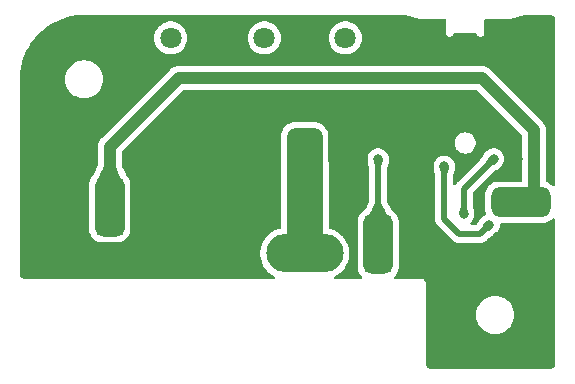
<source format=gbr>
%TF.GenerationSoftware,KiCad,Pcbnew,(7.0.0-0)*%
%TF.CreationDate,2023-02-27T23:59:31-08:00*%
%TF.ProjectId,DEMI_Buffer,44454d49-5f42-4756-9666-65722e6b6963,rev?*%
%TF.SameCoordinates,Original*%
%TF.FileFunction,Copper,L1,Top*%
%TF.FilePolarity,Positive*%
%FSLAX46Y46*%
G04 Gerber Fmt 4.6, Leading zero omitted, Abs format (unit mm)*
G04 Created by KiCad (PCBNEW (7.0.0-0)) date 2023-02-27 23:59:31*
%MOMM*%
%LPD*%
G01*
G04 APERTURE LIST*
G04 Aperture macros list*
%AMRoundRect*
0 Rectangle with rounded corners*
0 $1 Rounding radius*
0 $2 $3 $4 $5 $6 $7 $8 $9 X,Y pos of 4 corners*
0 Add a 4 corners polygon primitive as box body*
4,1,4,$2,$3,$4,$5,$6,$7,$8,$9,$2,$3,0*
0 Add four circle primitives for the rounded corners*
1,1,$1+$1,$2,$3*
1,1,$1+$1,$4,$5*
1,1,$1+$1,$6,$7*
1,1,$1+$1,$8,$9*
0 Add four rect primitives between the rounded corners*
20,1,$1+$1,$2,$3,$4,$5,0*
20,1,$1+$1,$4,$5,$6,$7,0*
20,1,$1+$1,$6,$7,$8,$9,0*
20,1,$1+$1,$8,$9,$2,$3,0*%
G04 Aperture macros list end*
%TA.AperFunction,SMDPad,CuDef*%
%ADD10RoundRect,0.625000X0.625000X1.875000X-0.625000X1.875000X-0.625000X-1.875000X0.625000X-1.875000X0*%
%TD*%
%TA.AperFunction,SMDPad,CuDef*%
%ADD11RoundRect,0.625000X-1.875000X0.625000X-1.875000X-0.625000X1.875000X-0.625000X1.875000X0.625000X0*%
%TD*%
%TA.AperFunction,SMDPad,CuDef*%
%ADD12RoundRect,0.625000X-0.625000X-1.875000X0.625000X-1.875000X0.625000X1.875000X-0.625000X1.875000X0*%
%TD*%
%TA.AperFunction,SMDPad,CuDef*%
%ADD13RoundRect,0.750000X0.750000X2.250000X-0.750000X2.250000X-0.750000X-2.250000X0.750000X-2.250000X0*%
%TD*%
%TA.AperFunction,ComponentPad*%
%ADD14O,6.540000X3.270000*%
%TD*%
%TA.AperFunction,ComponentPad*%
%ADD15C,1.800000*%
%TD*%
%TA.AperFunction,ViaPad*%
%ADD16C,0.800000*%
%TD*%
%TA.AperFunction,Conductor*%
%ADD17C,3.048000*%
%TD*%
%TA.AperFunction,Conductor*%
%ADD18C,0.508000*%
%TD*%
%TA.AperFunction,Conductor*%
%ADD19C,1.016000*%
%TD*%
G04 APERTURE END LIST*
D10*
%TO.P,DEMI_PTT_L1,1,Pin_1*%
%TO.N,Net-(D1-A2)*%
X137414000Y-105791000D03*
%TD*%
D11*
%TO.P,DEMI_RLY_GND1,1,Pin_1*%
%TO.N,GND*%
X149479000Y-105918000D03*
%TD*%
D12*
%TO.P,DEMI_AUX1,1,Pin_1*%
%TO.N,Net-(DEMI_AUX1-Pin_1)*%
X114681000Y-102616000D03*
%TD*%
D13*
%TO.P,DEMI_GND1,1,Pin_1*%
%TO.N,GND*%
X123317000Y-98933000D03*
%TD*%
D11*
%TO.P,DEMI_RLY1,1,Pin_1*%
%TO.N,Net-(DEMI_AUX1-Pin_1)*%
X149479000Y-102235000D03*
%TD*%
D13*
%TO.P,DEMI_BUS1,1,Pin_1*%
%TO.N,Net-(DEMI_BUS1-Pin_1)*%
X131191000Y-98933000D03*
%TD*%
D14*
%TO.P,J2,1,1*%
%TO.N,Net-(DEMI_BUS1-Pin_1)*%
X131190999Y-106552999D03*
%TO.P,J2,2,2*%
%TO.N,GND*%
X123290999Y-106552999D03*
D15*
%TO.P,J2,P3*%
%TO.N,N/C*%
X134631000Y-88313000D03*
%TO.P,J2,P4*%
X119851000Y-88313000D03*
%TO.P,J2,P5*%
X127771000Y-88313000D03*
%TD*%
D16*
%TO.N,GND*%
X148463000Y-108204000D03*
X135001000Y-103632000D03*
X149479000Y-108204000D03*
X149225000Y-98552000D03*
X135001000Y-104775000D03*
X150495000Y-108204000D03*
%TO.N,Net-(D1-A2)*%
X137414000Y-98552000D03*
%TO.N,Net-(R1-Pad2)*%
X147193000Y-98552000D03*
X144653000Y-103251000D03*
%TO.N,Net-(R2-Pad1)*%
X143002000Y-99187000D03*
X146812000Y-104140000D03*
%TD*%
D17*
%TO.N,GND*%
X123317000Y-98933000D02*
X123317000Y-106527000D01*
X123317000Y-106527000D02*
X123291000Y-106553000D01*
%TO.N,Net-(DEMI_BUS1-Pin_1)*%
X131191000Y-98933000D02*
X131191000Y-106553000D01*
D18*
%TO.N,Net-(D1-A2)*%
X137414000Y-105791000D02*
X137414000Y-98552000D01*
%TO.N,Net-(R1-Pad2)*%
X144653000Y-101092000D02*
X147193000Y-98552000D01*
X144653000Y-103251000D02*
X144653000Y-101092000D01*
%TO.N,Net-(R2-Pad1)*%
X143002000Y-99187000D02*
X143002000Y-103632000D01*
X143002000Y-103632000D02*
X144272000Y-104902000D01*
X144272000Y-104902000D02*
X146050000Y-104902000D01*
X146050000Y-104902000D02*
X146812000Y-104140000D01*
D19*
%TO.N,Net-(DEMI_AUX1-Pin_1)*%
X120523000Y-91694000D02*
X146177000Y-91694000D01*
X114681000Y-102616000D02*
X114681000Y-97536000D01*
X150622000Y-96139000D02*
X150622000Y-101092000D01*
X146177000Y-91694000D02*
X150622000Y-96139000D01*
X150622000Y-101092000D02*
X149479000Y-102235000D01*
X114681000Y-97536000D02*
X120523000Y-91694000D01*
%TD*%
%TA.AperFunction,Conductor*%
%TO.N,Net-(R2-Pad1)*%
G36*
X143389411Y-99186968D02*
G01*
X143395501Y-99188696D01*
X143399800Y-99193345D01*
X143401048Y-99199552D01*
X143386894Y-99386261D01*
X143386554Y-99388310D01*
X143350743Y-99526626D01*
X143350421Y-99527666D01*
X143307484Y-99646591D01*
X143307479Y-99646606D01*
X143307392Y-99646848D01*
X143307329Y-99647088D01*
X143307324Y-99647107D01*
X143271312Y-99786201D01*
X143271184Y-99786697D01*
X143271145Y-99787205D01*
X143271145Y-99787208D01*
X143256820Y-99976184D01*
X143253107Y-99983880D01*
X143245153Y-99987000D01*
X142758847Y-99987000D01*
X142750893Y-99983880D01*
X142747180Y-99976184D01*
X142732816Y-99786697D01*
X142696608Y-99646848D01*
X142653576Y-99527660D01*
X142653256Y-99526626D01*
X142617445Y-99388310D01*
X142617105Y-99386261D01*
X142602951Y-99199550D01*
X142604199Y-99193345D01*
X142608498Y-99188696D01*
X142614587Y-99186968D01*
X143002000Y-99186000D01*
X143389411Y-99186968D01*
G37*
%TD.AperFunction*%
%TD*%
%TA.AperFunction,Conductor*%
%TO.N,GND*%
G36*
X139716104Y-86364956D02*
G01*
X140969834Y-86710472D01*
X140969901Y-86710500D01*
X140969934Y-86710500D01*
X140969963Y-86710508D01*
X140970029Y-86710500D01*
X143055500Y-86710500D01*
X143117500Y-86727113D01*
X143162887Y-86772500D01*
X143179500Y-86834500D01*
X143179500Y-87909500D01*
X143179500Y-87910000D01*
X143179500Y-87957595D01*
X143182515Y-87966874D01*
X143190368Y-87991045D01*
X143208915Y-88048125D01*
X143214647Y-88056014D01*
X143214649Y-88056018D01*
X143259132Y-88117242D01*
X143264866Y-88125134D01*
X143272757Y-88130867D01*
X143333981Y-88175350D01*
X143333982Y-88175350D01*
X143341875Y-88181085D01*
X143432405Y-88210500D01*
X143517838Y-88210500D01*
X143527595Y-88210500D01*
X143618125Y-88181085D01*
X143695134Y-88125134D01*
X143751085Y-88048125D01*
X143767961Y-87996183D01*
X143793743Y-87951528D01*
X143835457Y-87921220D01*
X143885893Y-87910500D01*
X145674107Y-87910500D01*
X145724543Y-87921220D01*
X145766257Y-87951528D01*
X145792038Y-87996183D01*
X145805898Y-88038843D01*
X145805899Y-88038844D01*
X145808915Y-88048125D01*
X145814647Y-88056014D01*
X145814649Y-88056018D01*
X145859132Y-88117242D01*
X145864866Y-88125134D01*
X145872757Y-88130867D01*
X145933981Y-88175350D01*
X145933982Y-88175350D01*
X145941875Y-88181085D01*
X146032405Y-88210500D01*
X146117838Y-88210500D01*
X146127595Y-88210500D01*
X146218125Y-88181085D01*
X146295134Y-88125134D01*
X146351085Y-88048125D01*
X146380500Y-87957595D01*
X146380500Y-87910000D01*
X146380500Y-87909500D01*
X146380500Y-86834500D01*
X146397113Y-86772500D01*
X146442500Y-86727113D01*
X146504500Y-86710500D01*
X148589971Y-86710500D01*
X148590037Y-86710508D01*
X148590066Y-86710500D01*
X148590099Y-86710500D01*
X148590165Y-86710472D01*
X149843895Y-86364956D01*
X149876840Y-86360500D01*
X152010871Y-86360500D01*
X152027050Y-86361560D01*
X152031394Y-86362131D01*
X152036141Y-86362756D01*
X152039231Y-86363204D01*
X152111333Y-86374623D01*
X152139365Y-86382529D01*
X152161558Y-86391722D01*
X152170367Y-86395783D01*
X152215076Y-86418564D01*
X152234258Y-86430667D01*
X152256141Y-86447458D01*
X152268327Y-86458146D01*
X152301852Y-86491671D01*
X152312547Y-86503865D01*
X152329327Y-86525733D01*
X152341435Y-86544924D01*
X152364207Y-86589615D01*
X152368284Y-86598458D01*
X152377466Y-86620625D01*
X152385378Y-86648681D01*
X152396779Y-86720667D01*
X152397244Y-86723873D01*
X152398438Y-86732939D01*
X152399500Y-86749130D01*
X152399500Y-100764440D01*
X152385985Y-100820735D01*
X152348385Y-100864758D01*
X152294898Y-100886913D01*
X152237182Y-100882371D01*
X152187819Y-100852121D01*
X152078032Y-100742334D01*
X152073855Y-100738157D01*
X152068967Y-100734849D01*
X152068965Y-100734847D01*
X151948379Y-100653233D01*
X151895848Y-100617679D01*
X151705686Y-100536246D01*
X151666126Y-100509242D01*
X151639752Y-100469257D01*
X151630500Y-100422259D01*
X151630500Y-96194640D01*
X151631097Y-96182486D01*
X151634783Y-96145061D01*
X151635380Y-96139000D01*
X151615908Y-95941299D01*
X151558241Y-95751196D01*
X151464595Y-95575996D01*
X151400506Y-95497904D01*
X151338568Y-95422432D01*
X151304784Y-95394706D01*
X151295768Y-95386534D01*
X146929464Y-91020230D01*
X146921291Y-91011213D01*
X146897429Y-90982137D01*
X146897428Y-90982136D01*
X146893568Y-90977432D01*
X146839566Y-90933114D01*
X146744716Y-90855272D01*
X146744715Y-90855271D01*
X146740004Y-90851405D01*
X146564804Y-90757759D01*
X146564803Y-90757758D01*
X146550171Y-90753319D01*
X146550169Y-90753318D01*
X146380531Y-90701859D01*
X146380526Y-90701858D01*
X146374701Y-90700091D01*
X146368642Y-90699494D01*
X146368636Y-90699493D01*
X146183062Y-90681217D01*
X146177000Y-90680620D01*
X146170938Y-90681217D01*
X146133512Y-90684903D01*
X146121358Y-90685500D01*
X120578642Y-90685500D01*
X120566488Y-90684903D01*
X120529062Y-90681217D01*
X120523000Y-90680620D01*
X120516938Y-90681217D01*
X120331364Y-90699493D01*
X120331356Y-90699494D01*
X120325300Y-90700091D01*
X120319475Y-90701857D01*
X120319465Y-90701860D01*
X120197689Y-90738802D01*
X120141023Y-90755991D01*
X120141019Y-90755992D01*
X120135196Y-90757759D01*
X120129830Y-90760626D01*
X120129823Y-90760630D01*
X119965372Y-90848531D01*
X119965368Y-90848533D01*
X119959996Y-90851405D01*
X119955288Y-90855268D01*
X119955283Y-90855272D01*
X119811138Y-90973569D01*
X119811133Y-90973573D01*
X119806432Y-90977432D01*
X119802573Y-90982133D01*
X119802571Y-90982136D01*
X119778706Y-91011215D01*
X119770536Y-91020228D01*
X114007228Y-96783536D01*
X113998215Y-96791706D01*
X113969136Y-96815571D01*
X113969133Y-96815573D01*
X113964432Y-96819432D01*
X113960573Y-96824133D01*
X113960569Y-96824138D01*
X113842272Y-96968283D01*
X113842268Y-96968288D01*
X113838405Y-96972996D01*
X113835537Y-96978361D01*
X113835530Y-96978372D01*
X113762313Y-97115354D01*
X113747629Y-97142825D01*
X113747626Y-97142831D01*
X113744759Y-97148196D01*
X113742992Y-97154018D01*
X113742990Y-97154025D01*
X113688860Y-97332464D01*
X113688857Y-97332474D01*
X113687091Y-97338299D01*
X113686494Y-97344355D01*
X113686493Y-97344363D01*
X113668217Y-97529938D01*
X113667620Y-97536000D01*
X113668217Y-97542062D01*
X113671903Y-97579488D01*
X113672500Y-97591642D01*
X113672500Y-98996410D01*
X113665784Y-99036664D01*
X113600035Y-99228232D01*
X113598564Y-99232288D01*
X113508855Y-99466762D01*
X113506865Y-99471648D01*
X113420395Y-99671710D01*
X113417631Y-99677667D01*
X113336088Y-99841868D01*
X113332128Y-99849212D01*
X113306636Y-99892897D01*
X113287219Y-99918080D01*
X113188338Y-100016962D01*
X113188328Y-100016973D01*
X113184157Y-100021145D01*
X113180849Y-100026031D01*
X113180846Y-100026036D01*
X113066989Y-100194261D01*
X113063679Y-100199152D01*
X112979066Y-100396741D01*
X112977811Y-100402509D01*
X112977810Y-100402513D01*
X112934395Y-100602085D01*
X112934393Y-100602097D01*
X112933376Y-100606774D01*
X112933091Y-100611546D01*
X112933090Y-100611559D01*
X112930608Y-100653233D01*
X112930500Y-100655052D01*
X112930500Y-104576948D01*
X112930607Y-104578755D01*
X112930608Y-104578766D01*
X112933090Y-104620440D01*
X112933091Y-104620451D01*
X112933376Y-104625226D01*
X112934393Y-104629903D01*
X112934395Y-104629914D01*
X112955422Y-104726570D01*
X112979066Y-104835259D01*
X113063679Y-105032848D01*
X113105938Y-105095286D01*
X113154591Y-105167172D01*
X113184157Y-105210855D01*
X113336145Y-105362843D01*
X113514152Y-105483321D01*
X113711741Y-105567934D01*
X113921774Y-105613624D01*
X113970052Y-105616500D01*
X115390119Y-105616500D01*
X115391948Y-105616500D01*
X115440226Y-105613624D01*
X115650259Y-105567934D01*
X115847848Y-105483321D01*
X116025855Y-105362843D01*
X116177843Y-105210855D01*
X116298321Y-105032848D01*
X116382934Y-104835259D01*
X116428624Y-104625226D01*
X116431500Y-104576948D01*
X116431500Y-100655052D01*
X116428624Y-100606774D01*
X116382934Y-100396741D01*
X116298321Y-100199152D01*
X116177843Y-100021145D01*
X116074776Y-99918078D01*
X116055359Y-99892894D01*
X116035645Y-99859111D01*
X116029878Y-99849227D01*
X116025920Y-99841887D01*
X115944360Y-99677651D01*
X115941603Y-99671710D01*
X115855121Y-99471619D01*
X115853154Y-99466790D01*
X115763440Y-99232305D01*
X115761968Y-99228248D01*
X115696215Y-99036665D01*
X115689500Y-98996412D01*
X115689500Y-98005096D01*
X115698939Y-97957643D01*
X115725819Y-97917415D01*
X120904415Y-92738819D01*
X120944643Y-92711939D01*
X120992096Y-92702500D01*
X145707904Y-92702500D01*
X145755357Y-92711939D01*
X145795585Y-92738819D01*
X149577181Y-96520415D01*
X149604061Y-96560643D01*
X149613500Y-96608096D01*
X149613500Y-100360500D01*
X149596887Y-100422500D01*
X149551500Y-100467887D01*
X149489500Y-100484500D01*
X147518052Y-100484500D01*
X147516245Y-100484607D01*
X147516233Y-100484608D01*
X147474559Y-100487090D01*
X147474546Y-100487091D01*
X147469774Y-100487376D01*
X147465097Y-100488393D01*
X147465085Y-100488395D01*
X147265513Y-100531810D01*
X147265509Y-100531811D01*
X147259741Y-100533066D01*
X147254313Y-100535390D01*
X147254311Y-100535391D01*
X147067583Y-100615353D01*
X147067580Y-100615354D01*
X147062152Y-100617679D01*
X147057263Y-100620987D01*
X147057261Y-100620989D01*
X146889034Y-100734847D01*
X146889026Y-100734852D01*
X146884145Y-100738157D01*
X146879972Y-100742329D01*
X146879967Y-100742334D01*
X146736334Y-100885967D01*
X146736329Y-100885972D01*
X146732157Y-100890145D01*
X146728852Y-100895026D01*
X146728847Y-100895034D01*
X146614989Y-101063261D01*
X146611679Y-101068152D01*
X146527066Y-101265741D01*
X146525811Y-101271509D01*
X146525810Y-101271513D01*
X146482395Y-101471085D01*
X146482393Y-101471097D01*
X146481376Y-101475774D01*
X146481091Y-101480546D01*
X146481090Y-101480559D01*
X146478608Y-101522233D01*
X146478500Y-101524052D01*
X146478500Y-102945948D01*
X146478607Y-102947755D01*
X146478608Y-102947766D01*
X146481090Y-102989440D01*
X146481091Y-102989451D01*
X146481376Y-102994226D01*
X146482393Y-102998903D01*
X146482395Y-102998914D01*
X146520865Y-103175755D01*
X146520110Y-103231729D01*
X146494815Y-103281667D01*
X146450136Y-103315392D01*
X146365204Y-103353206D01*
X146365196Y-103353210D01*
X146359270Y-103355849D01*
X146354016Y-103359665D01*
X146354011Y-103359669D01*
X146235965Y-103445435D01*
X146206129Y-103467112D01*
X146201783Y-103471937D01*
X146201778Y-103471943D01*
X146168781Y-103508589D01*
X146158767Y-103518513D01*
X146140701Y-103534485D01*
X146140692Y-103534494D01*
X146137516Y-103537302D01*
X146134755Y-103540515D01*
X146134747Y-103540524D01*
X146016374Y-103678315D01*
X146016346Y-103678348D01*
X146015493Y-103679342D01*
X146014669Y-103680391D01*
X146014656Y-103680408D01*
X145988599Y-103713618D01*
X145988577Y-103713646D01*
X145987755Y-103714695D01*
X145986560Y-103716366D01*
X145985833Y-103717483D01*
X145985810Y-103717518D01*
X145962862Y-103752820D01*
X145962116Y-103753968D01*
X145961434Y-103755125D01*
X145961412Y-103755162D01*
X145906165Y-103849010D01*
X145889613Y-103877127D01*
X145889273Y-103877735D01*
X145889253Y-103877772D01*
X145889115Y-103878020D01*
X145877960Y-103898039D01*
X145877475Y-103898960D01*
X145877219Y-103899473D01*
X145877192Y-103899527D01*
X145867472Y-103919057D01*
X145867161Y-103919682D01*
X145866933Y-103920166D01*
X145866881Y-103920275D01*
X145825764Y-104007860D01*
X145820378Y-104018068D01*
X145790431Y-104068941D01*
X145777631Y-104086837D01*
X145762629Y-104104301D01*
X145720323Y-104136184D01*
X145668570Y-104147500D01*
X145332540Y-104147500D01*
X145275091Y-104133389D01*
X145230717Y-104094268D01*
X145209518Y-104039041D01*
X145216317Y-103980276D01*
X145249569Y-103931349D01*
X145253609Y-103927710D01*
X145258871Y-103923888D01*
X145385533Y-103783216D01*
X145480179Y-103619284D01*
X145538674Y-103439256D01*
X145558460Y-103251000D01*
X145556081Y-103228375D01*
X145555636Y-103207808D01*
X145556102Y-103200236D01*
X145541948Y-103013526D01*
X145536575Y-102968989D01*
X145536235Y-102966940D01*
X145526918Y-102922989D01*
X145491107Y-102784672D01*
X145484628Y-102761863D01*
X145484306Y-102760823D01*
X145476881Y-102738667D01*
X145443807Y-102647063D01*
X145440400Y-102636042D01*
X145425602Y-102578882D01*
X145421999Y-102557178D01*
X145412092Y-102426498D01*
X145411873Y-102423603D01*
X145409268Y-102408352D01*
X145407500Y-102387482D01*
X145407500Y-101455886D01*
X145416939Y-101408433D01*
X145443819Y-101368205D01*
X145808212Y-101003812D01*
X147115917Y-99696105D01*
X147131915Y-99682608D01*
X147144550Y-99673659D01*
X147246163Y-99586364D01*
X147264045Y-99573573D01*
X147314974Y-99543592D01*
X147325140Y-99538229D01*
X147413305Y-99496840D01*
X147434340Y-99486361D01*
X147435303Y-99485853D01*
X147455888Y-99474373D01*
X147579012Y-99401893D01*
X147616640Y-99377430D01*
X147618329Y-99376222D01*
X147653659Y-99348502D01*
X147786507Y-99234375D01*
X147793146Y-99229128D01*
X147793613Y-99228707D01*
X147798871Y-99224888D01*
X147925533Y-99084216D01*
X148020179Y-98920284D01*
X148078674Y-98740256D01*
X148098460Y-98552000D01*
X148084572Y-98419860D01*
X148079353Y-98370204D01*
X148079352Y-98370203D01*
X148078674Y-98363744D01*
X148020179Y-98183716D01*
X147925533Y-98019784D01*
X147798871Y-97879112D01*
X147793612Y-97875291D01*
X147793611Y-97875290D01*
X147650988Y-97771669D01*
X147650987Y-97771668D01*
X147645730Y-97767849D01*
X147639792Y-97765205D01*
X147478745Y-97693501D01*
X147478740Y-97693499D01*
X147472803Y-97690856D01*
X147466444Y-97689504D01*
X147466440Y-97689503D01*
X147294008Y-97652852D01*
X147294005Y-97652851D01*
X147287646Y-97651500D01*
X147098354Y-97651500D01*
X147091995Y-97652851D01*
X147091991Y-97652852D01*
X146919559Y-97689503D01*
X146919552Y-97689505D01*
X146913197Y-97690856D01*
X146907262Y-97693498D01*
X146907254Y-97693501D01*
X146746207Y-97765205D01*
X146746202Y-97765207D01*
X146740270Y-97767849D01*
X146735016Y-97771665D01*
X146735011Y-97771669D01*
X146592388Y-97875291D01*
X146587129Y-97879112D01*
X146582783Y-97883937D01*
X146582778Y-97883943D01*
X146549781Y-97920589D01*
X146539767Y-97930513D01*
X146521701Y-97946485D01*
X146521692Y-97946494D01*
X146518516Y-97949302D01*
X146515755Y-97952515D01*
X146515747Y-97952524D01*
X146397374Y-98090315D01*
X146397346Y-98090348D01*
X146396493Y-98091342D01*
X146395669Y-98092391D01*
X146395656Y-98092408D01*
X146369599Y-98125618D01*
X146369577Y-98125646D01*
X146368755Y-98126695D01*
X146367560Y-98128366D01*
X146366833Y-98129483D01*
X146366810Y-98129518D01*
X146343862Y-98164820D01*
X146343116Y-98165968D01*
X146342434Y-98167125D01*
X146342412Y-98167162D01*
X146270994Y-98288479D01*
X146270613Y-98289127D01*
X146270273Y-98289735D01*
X146270253Y-98289772D01*
X146259329Y-98309376D01*
X146258960Y-98310039D01*
X146258475Y-98310960D01*
X146258219Y-98311473D01*
X146258192Y-98311527D01*
X146249744Y-98328501D01*
X146248161Y-98331682D01*
X146247933Y-98332166D01*
X146247881Y-98332275D01*
X146206764Y-98419860D01*
X146201377Y-98430069D01*
X146171430Y-98480941D01*
X146158630Y-98498837D01*
X146073233Y-98598245D01*
X146073216Y-98598266D01*
X146071337Y-98600454D01*
X146069669Y-98602807D01*
X146069657Y-98602824D01*
X146062385Y-98613090D01*
X146048884Y-98629090D01*
X144164742Y-100513232D01*
X144151114Y-100525011D01*
X144137494Y-100535151D01*
X144137489Y-100535154D01*
X144131706Y-100539461D01*
X144127068Y-100544987D01*
X144127067Y-100544989D01*
X144099675Y-100577632D01*
X144092391Y-100585582D01*
X144090985Y-100586988D01*
X144090963Y-100587012D01*
X144088417Y-100589559D01*
X144086181Y-100592386D01*
X144086179Y-100592389D01*
X144069089Y-100614002D01*
X144066815Y-100616793D01*
X144022970Y-100669045D01*
X144022964Y-100669053D01*
X144018333Y-100674573D01*
X144015096Y-100681017D01*
X144013111Y-100684036D01*
X144012963Y-100684240D01*
X144012836Y-100684469D01*
X144010937Y-100687546D01*
X144006461Y-100693209D01*
X144003411Y-100699749D01*
X144003407Y-100699756D01*
X143992881Y-100722329D01*
X143949839Y-100772724D01*
X143886988Y-100793752D01*
X143822285Y-100779407D01*
X143774211Y-100733786D01*
X143756500Y-100669922D01*
X143756500Y-100050521D01*
X143758269Y-100029648D01*
X143760387Y-100017244D01*
X143760874Y-100014394D01*
X143770999Y-99880811D01*
X143774602Y-99859111D01*
X143778096Y-99845619D01*
X143789405Y-99801938D01*
X143792810Y-99790924D01*
X143825882Y-99699325D01*
X143833306Y-99677174D01*
X143833628Y-99676134D01*
X143840107Y-99653326D01*
X143875918Y-99515010D01*
X143885235Y-99471058D01*
X143885575Y-99469009D01*
X143890948Y-99424472D01*
X143905102Y-99237763D01*
X143904636Y-99230189D01*
X143905082Y-99209619D01*
X143906781Y-99193462D01*
X143906781Y-99193459D01*
X143907460Y-99187000D01*
X143887674Y-98998744D01*
X143829179Y-98818716D01*
X143734533Y-98654784D01*
X143703256Y-98620048D01*
X143612220Y-98518942D01*
X143612219Y-98518941D01*
X143607871Y-98514112D01*
X143602613Y-98510292D01*
X143602611Y-98510290D01*
X143459988Y-98406669D01*
X143459987Y-98406668D01*
X143454730Y-98402849D01*
X143448792Y-98400205D01*
X143287745Y-98328501D01*
X143287740Y-98328499D01*
X143281803Y-98325856D01*
X143275444Y-98324504D01*
X143275440Y-98324503D01*
X143103008Y-98287852D01*
X143103005Y-98287851D01*
X143096646Y-98286500D01*
X142907354Y-98286500D01*
X142900995Y-98287851D01*
X142900991Y-98287852D01*
X142728559Y-98324503D01*
X142728552Y-98324505D01*
X142722197Y-98325856D01*
X142716262Y-98328498D01*
X142716254Y-98328501D01*
X142555207Y-98400205D01*
X142555202Y-98400207D01*
X142549270Y-98402849D01*
X142544016Y-98406665D01*
X142544011Y-98406669D01*
X142401388Y-98510290D01*
X142401381Y-98510295D01*
X142396129Y-98514112D01*
X142391784Y-98518937D01*
X142391779Y-98518942D01*
X142273813Y-98649956D01*
X142273808Y-98649962D01*
X142269467Y-98654784D01*
X142266222Y-98660404D01*
X142266218Y-98660410D01*
X142178069Y-98813089D01*
X142178066Y-98813094D01*
X142174821Y-98818716D01*
X142172815Y-98824888D01*
X142172813Y-98824894D01*
X142118333Y-98992564D01*
X142118331Y-98992573D01*
X142116326Y-98998744D01*
X142115648Y-99005194D01*
X142115646Y-99005204D01*
X142098649Y-99166938D01*
X142096540Y-99187000D01*
X142097219Y-99193461D01*
X142097219Y-99193463D01*
X142098917Y-99209622D01*
X142099362Y-99230181D01*
X142098897Y-99237761D01*
X142099217Y-99241994D01*
X142099218Y-99242005D01*
X142112947Y-99423107D01*
X142112949Y-99423130D01*
X142113051Y-99424472D01*
X142113214Y-99425828D01*
X142113215Y-99425832D01*
X142118259Y-99467648D01*
X142118264Y-99467683D01*
X142118424Y-99469009D01*
X142118764Y-99471058D01*
X142119048Y-99472400D01*
X142119050Y-99472408D01*
X142127789Y-99513635D01*
X142127794Y-99513657D01*
X142128081Y-99515010D01*
X142128418Y-99516313D01*
X142128428Y-99516354D01*
X142163714Y-99652639D01*
X142163892Y-99653326D01*
X142164070Y-99653955D01*
X142164088Y-99654019D01*
X142170162Y-99675404D01*
X142170177Y-99675457D01*
X142170353Y-99676074D01*
X142170673Y-99677108D01*
X142170879Y-99677723D01*
X142170899Y-99677785D01*
X142174550Y-99688680D01*
X142178116Y-99699322D01*
X142178366Y-99700015D01*
X142178377Y-99700046D01*
X142211183Y-99790911D01*
X142214594Y-99801938D01*
X142224932Y-99841868D01*
X142229397Y-99859111D01*
X142233000Y-99880819D01*
X142242906Y-100011501D01*
X142242907Y-100011515D01*
X142243126Y-100014394D01*
X142243610Y-100017230D01*
X142243612Y-100017244D01*
X142245731Y-100029648D01*
X142247500Y-100050521D01*
X142247500Y-103567999D01*
X142246190Y-103585971D01*
X142242685Y-103609906D01*
X142243314Y-103617097D01*
X142243314Y-103617104D01*
X142247028Y-103659548D01*
X142247500Y-103670355D01*
X142247500Y-103675941D01*
X142247916Y-103679502D01*
X142247917Y-103679517D01*
X142251116Y-103706885D01*
X142251482Y-103710468D01*
X142257427Y-103778420D01*
X142257428Y-103778425D01*
X142258057Y-103785612D01*
X142260327Y-103792462D01*
X142261056Y-103795992D01*
X142261098Y-103796254D01*
X142261171Y-103796511D01*
X142262002Y-103800019D01*
X142262840Y-103807184D01*
X142288635Y-103878058D01*
X142289804Y-103881423D01*
X142311264Y-103946182D01*
X142311266Y-103946187D01*
X142313536Y-103953036D01*
X142317322Y-103959174D01*
X142318846Y-103962442D01*
X142318946Y-103962684D01*
X142319082Y-103962927D01*
X142320693Y-103966135D01*
X142323164Y-103972924D01*
X142327132Y-103978957D01*
X142327134Y-103978961D01*
X142364613Y-104035946D01*
X142366550Y-104038986D01*
X142390900Y-104078464D01*
X142406130Y-104103154D01*
X142411237Y-104108261D01*
X142413463Y-104111076D01*
X142413624Y-104111299D01*
X142413799Y-104111490D01*
X142416118Y-104114253D01*
X142420085Y-104120285D01*
X142434130Y-104133536D01*
X142474938Y-104172036D01*
X142477525Y-104174549D01*
X143693233Y-105390257D01*
X143705011Y-105403884D01*
X143719461Y-105423294D01*
X143724992Y-105427935D01*
X143757634Y-105455325D01*
X143765608Y-105462632D01*
X143769559Y-105466583D01*
X143772389Y-105468821D01*
X143772394Y-105468825D01*
X143794009Y-105485916D01*
X143796805Y-105488193D01*
X143854573Y-105536667D01*
X143861031Y-105539909D01*
X143864028Y-105541881D01*
X143864248Y-105542040D01*
X143864490Y-105542175D01*
X143867539Y-105544055D01*
X143873209Y-105548539D01*
X143941613Y-105580436D01*
X143944776Y-105581968D01*
X144005728Y-105612580D01*
X144005733Y-105612582D01*
X144012189Y-105615824D01*
X144019225Y-105617491D01*
X144022577Y-105618711D01*
X144022845Y-105618822D01*
X144023095Y-105618893D01*
X144026509Y-105620024D01*
X144033060Y-105623079D01*
X144106986Y-105638342D01*
X144110434Y-105639107D01*
X144183812Y-105656500D01*
X144191041Y-105656500D01*
X144194600Y-105656916D01*
X144194875Y-105656960D01*
X144195138Y-105656972D01*
X144198718Y-105657285D01*
X144205793Y-105658746D01*
X144281179Y-105656551D01*
X144284786Y-105656500D01*
X145985999Y-105656500D01*
X146003971Y-105657809D01*
X146027906Y-105661315D01*
X146077547Y-105656972D01*
X146088355Y-105656500D01*
X146090343Y-105656500D01*
X146093941Y-105656500D01*
X146097514Y-105656082D01*
X146097520Y-105656082D01*
X146113483Y-105654215D01*
X146124917Y-105652879D01*
X146128441Y-105652519D01*
X146203612Y-105645943D01*
X146210474Y-105643668D01*
X146213967Y-105642947D01*
X146214252Y-105642900D01*
X146214531Y-105642822D01*
X146218008Y-105641998D01*
X146225184Y-105641160D01*
X146296074Y-105615357D01*
X146299459Y-105614182D01*
X146364173Y-105592738D01*
X146364171Y-105592738D01*
X146371036Y-105590464D01*
X146377190Y-105586667D01*
X146380420Y-105585161D01*
X146380691Y-105585048D01*
X146380938Y-105584911D01*
X146384130Y-105583307D01*
X146390924Y-105580836D01*
X146453967Y-105539370D01*
X146456924Y-105537486D01*
X146521154Y-105497870D01*
X146526266Y-105492756D01*
X146529074Y-105490537D01*
X146529298Y-105490375D01*
X146529511Y-105490180D01*
X146532239Y-105487890D01*
X146538285Y-105483915D01*
X146590071Y-105429023D01*
X146592516Y-105426506D01*
X146734917Y-105284105D01*
X146750915Y-105270608D01*
X146763550Y-105261659D01*
X146865163Y-105174364D01*
X146883045Y-105161573D01*
X146933974Y-105131592D01*
X146944140Y-105126229D01*
X147032305Y-105084840D01*
X147053340Y-105074361D01*
X147054303Y-105073853D01*
X147074888Y-105062373D01*
X147198012Y-104989893D01*
X147235640Y-104965430D01*
X147237329Y-104964222D01*
X147272659Y-104936502D01*
X147405507Y-104822375D01*
X147412146Y-104817128D01*
X147412613Y-104816707D01*
X147417871Y-104812888D01*
X147544533Y-104672216D01*
X147639179Y-104508284D01*
X147697674Y-104328256D01*
X147717460Y-104140000D01*
X147716781Y-104133536D01*
X147715617Y-104122459D01*
X147727488Y-104055140D01*
X147773229Y-104004342D01*
X147838938Y-103985500D01*
X151438119Y-103985500D01*
X151439948Y-103985500D01*
X151488226Y-103982624D01*
X151698259Y-103936934D01*
X151895848Y-103852321D01*
X152073855Y-103731843D01*
X152187819Y-103617879D01*
X152237182Y-103587629D01*
X152294898Y-103583087D01*
X152348385Y-103605242D01*
X152385985Y-103649265D01*
X152399500Y-103705560D01*
X152399500Y-115942868D01*
X152398438Y-115959065D01*
X152397243Y-115968135D01*
X152396779Y-115971334D01*
X152385379Y-116043316D01*
X152377466Y-116071373D01*
X152368284Y-116093540D01*
X152364207Y-116102383D01*
X152341435Y-116147074D01*
X152329327Y-116166265D01*
X152312547Y-116188133D01*
X152301852Y-116200327D01*
X152268327Y-116233852D01*
X152256133Y-116244547D01*
X152234265Y-116261327D01*
X152215074Y-116273435D01*
X152170383Y-116296207D01*
X152161540Y-116300284D01*
X152139373Y-116309466D01*
X152111316Y-116317378D01*
X152097805Y-116319518D01*
X152039334Y-116328779D01*
X152036135Y-116329243D01*
X152027065Y-116330438D01*
X152010868Y-116331500D01*
X141867130Y-116331500D01*
X141850939Y-116330438D01*
X141841873Y-116329244D01*
X141838667Y-116328779D01*
X141766681Y-116317378D01*
X141738625Y-116309466D01*
X141716458Y-116300284D01*
X141707615Y-116296207D01*
X141662924Y-116273435D01*
X141643735Y-116261328D01*
X141621860Y-116244543D01*
X141609671Y-116233852D01*
X141576146Y-116200327D01*
X141565458Y-116188141D01*
X141548667Y-116166258D01*
X141536563Y-116147074D01*
X141513783Y-116102367D01*
X141509722Y-116093558D01*
X141500529Y-116071365D01*
X141492623Y-116043333D01*
X141481204Y-115971231D01*
X141480754Y-115968123D01*
X141479560Y-115959050D01*
X141478500Y-115942871D01*
X141478500Y-111760000D01*
X145714551Y-111760000D01*
X145734317Y-112011148D01*
X145735452Y-112015877D01*
X145735453Y-112015881D01*
X145791989Y-112251374D01*
X145791991Y-112251382D01*
X145793127Y-112256111D01*
X145889534Y-112488859D01*
X145892081Y-112493016D01*
X145892082Y-112493017D01*
X146018617Y-112699504D01*
X146018622Y-112699511D01*
X146021164Y-112703659D01*
X146024324Y-112707358D01*
X146024327Y-112707363D01*
X146181615Y-112891523D01*
X146184776Y-112895224D01*
X146376341Y-113058836D01*
X146380491Y-113061379D01*
X146380495Y-113061382D01*
X146492300Y-113129896D01*
X146591141Y-113190466D01*
X146823889Y-113286873D01*
X147068852Y-113345683D01*
X147257118Y-113360500D01*
X147380437Y-113360500D01*
X147382882Y-113360500D01*
X147571148Y-113345683D01*
X147816111Y-113286873D01*
X148048859Y-113190466D01*
X148263659Y-113058836D01*
X148455224Y-112895224D01*
X148618836Y-112703659D01*
X148750466Y-112488859D01*
X148846873Y-112256111D01*
X148905683Y-112011148D01*
X148925449Y-111760000D01*
X148905683Y-111508852D01*
X148846873Y-111263889D01*
X148750466Y-111031141D01*
X148618836Y-110816341D01*
X148455224Y-110624776D01*
X148451523Y-110621615D01*
X148267363Y-110464327D01*
X148267358Y-110464324D01*
X148263659Y-110461164D01*
X148259511Y-110458622D01*
X148259504Y-110458617D01*
X148053017Y-110332082D01*
X148053016Y-110332081D01*
X148048859Y-110329534D01*
X147816111Y-110233127D01*
X147811382Y-110231991D01*
X147811374Y-110231989D01*
X147575881Y-110175453D01*
X147575877Y-110175452D01*
X147571148Y-110174317D01*
X147566295Y-110173935D01*
X147385316Y-110159691D01*
X147385301Y-110159690D01*
X147382882Y-110159500D01*
X147257118Y-110159500D01*
X147254699Y-110159690D01*
X147254683Y-110159691D01*
X147073704Y-110173935D01*
X147073702Y-110173935D01*
X147068852Y-110174317D01*
X147064124Y-110175451D01*
X147064118Y-110175453D01*
X146828625Y-110231989D01*
X146828613Y-110231992D01*
X146823889Y-110233127D01*
X146819392Y-110234989D01*
X146819388Y-110234991D01*
X146595645Y-110327668D01*
X146595640Y-110327670D01*
X146591141Y-110329534D01*
X146586988Y-110332078D01*
X146586982Y-110332082D01*
X146380495Y-110458617D01*
X146380482Y-110458626D01*
X146376341Y-110461164D01*
X146372646Y-110464319D01*
X146372636Y-110464327D01*
X146188476Y-110621615D01*
X146188469Y-110621621D01*
X146184776Y-110624776D01*
X146181621Y-110628469D01*
X146181615Y-110628476D01*
X146024327Y-110812636D01*
X146024319Y-110812646D01*
X146021164Y-110816341D01*
X146018626Y-110820482D01*
X146018617Y-110820495D01*
X145892082Y-111026982D01*
X145892078Y-111026988D01*
X145889534Y-111031141D01*
X145793127Y-111263889D01*
X145791992Y-111268613D01*
X145791989Y-111268625D01*
X145735453Y-111504118D01*
X145735451Y-111504124D01*
X145734317Y-111508852D01*
X145714551Y-111760000D01*
X141478500Y-111760000D01*
X141478500Y-109050899D01*
X141478500Y-109042775D01*
X141452501Y-108945746D01*
X141448439Y-108938710D01*
X141406339Y-108865790D01*
X141406338Y-108865788D01*
X141402276Y-108858753D01*
X141331247Y-108787724D01*
X141324212Y-108783662D01*
X141324209Y-108783660D01*
X141251289Y-108741560D01*
X141251285Y-108741558D01*
X141244254Y-108737499D01*
X141236412Y-108735397D01*
X141236408Y-108735396D01*
X141155071Y-108713602D01*
X141155068Y-108713601D01*
X141147225Y-108711500D01*
X141139101Y-108711500D01*
X138884560Y-108711500D01*
X138828265Y-108697985D01*
X138784242Y-108660385D01*
X138762087Y-108606898D01*
X138766629Y-108549182D01*
X138796879Y-108499819D01*
X138845325Y-108451373D01*
X138910843Y-108385855D01*
X139031321Y-108207848D01*
X139115934Y-108010259D01*
X139161624Y-107800226D01*
X139164500Y-107751948D01*
X139164500Y-103830052D01*
X139161624Y-103781774D01*
X139115934Y-103571741D01*
X139031321Y-103374152D01*
X138910843Y-103196145D01*
X138758855Y-103044157D01*
X138753959Y-103040843D01*
X138753958Y-103040842D01*
X138717163Y-103015938D01*
X138699939Y-103001873D01*
X138667725Y-102970349D01*
X138645909Y-102949000D01*
X138635744Y-102937755D01*
X138529027Y-102804116D01*
X138522210Y-102794708D01*
X138425459Y-102647075D01*
X138401775Y-102610935D01*
X138397113Y-102603220D01*
X138267893Y-102370682D01*
X138264600Y-102364331D01*
X138180813Y-102190621D01*
X138168500Y-102136750D01*
X138168500Y-99415521D01*
X138170269Y-99394648D01*
X138172387Y-99382244D01*
X138172874Y-99379394D01*
X138182999Y-99245811D01*
X138186602Y-99224111D01*
X138187697Y-99219884D01*
X138201405Y-99166938D01*
X138204810Y-99155924D01*
X138237882Y-99064325D01*
X138245306Y-99042174D01*
X138245628Y-99041134D01*
X138252107Y-99018326D01*
X138287918Y-98880010D01*
X138297235Y-98836058D01*
X138297575Y-98834009D01*
X138302948Y-98789472D01*
X138317102Y-98602763D01*
X138316636Y-98595189D01*
X138317082Y-98574619D01*
X138318781Y-98558462D01*
X138318781Y-98558459D01*
X138319460Y-98552000D01*
X138305572Y-98419860D01*
X138300353Y-98370204D01*
X138300352Y-98370203D01*
X138299674Y-98363744D01*
X138241179Y-98183716D01*
X138146533Y-98019784D01*
X138019871Y-97879112D01*
X138014612Y-97875291D01*
X138014611Y-97875290D01*
X137871988Y-97771669D01*
X137871987Y-97771668D01*
X137866730Y-97767849D01*
X137860792Y-97765205D01*
X137699745Y-97693501D01*
X137699740Y-97693499D01*
X137693803Y-97690856D01*
X137687444Y-97689504D01*
X137687440Y-97689503D01*
X137515008Y-97652852D01*
X137515005Y-97652851D01*
X137508646Y-97651500D01*
X137319354Y-97651500D01*
X137312995Y-97652851D01*
X137312991Y-97652852D01*
X137140559Y-97689503D01*
X137140552Y-97689505D01*
X137134197Y-97690856D01*
X137128262Y-97693498D01*
X137128254Y-97693501D01*
X136967207Y-97765205D01*
X136967202Y-97765207D01*
X136961270Y-97767849D01*
X136956016Y-97771665D01*
X136956011Y-97771669D01*
X136813388Y-97875290D01*
X136813381Y-97875295D01*
X136808129Y-97879112D01*
X136803784Y-97883937D01*
X136803779Y-97883942D01*
X136685813Y-98014956D01*
X136685808Y-98014962D01*
X136681467Y-98019784D01*
X136678222Y-98025404D01*
X136678218Y-98025410D01*
X136590069Y-98178089D01*
X136590066Y-98178094D01*
X136586821Y-98183716D01*
X136584815Y-98189888D01*
X136584813Y-98189894D01*
X136530333Y-98357564D01*
X136530331Y-98357573D01*
X136528326Y-98363744D01*
X136527648Y-98370194D01*
X136527646Y-98370204D01*
X136512924Y-98510290D01*
X136508540Y-98552000D01*
X136509219Y-98558460D01*
X136509219Y-98558463D01*
X136510917Y-98574622D01*
X136511362Y-98595181D01*
X136510897Y-98602761D01*
X136511217Y-98606994D01*
X136511218Y-98607005D01*
X136524947Y-98788107D01*
X136524949Y-98788130D01*
X136525051Y-98789472D01*
X136525214Y-98790828D01*
X136525215Y-98790832D01*
X136530259Y-98832648D01*
X136530264Y-98832683D01*
X136530424Y-98834009D01*
X136530764Y-98836058D01*
X136531048Y-98837400D01*
X136531050Y-98837408D01*
X136539789Y-98878635D01*
X136539794Y-98878657D01*
X136540081Y-98880010D01*
X136540418Y-98881313D01*
X136540428Y-98881354D01*
X136575714Y-99017639D01*
X136575892Y-99018326D01*
X136576070Y-99018955D01*
X136576088Y-99019019D01*
X136582162Y-99040404D01*
X136582177Y-99040457D01*
X136582353Y-99041074D01*
X136582673Y-99042108D01*
X136582879Y-99042723D01*
X136582899Y-99042785D01*
X136589883Y-99063627D01*
X136590116Y-99064322D01*
X136590366Y-99065015D01*
X136590377Y-99065046D01*
X136623183Y-99155911D01*
X136626594Y-99166938D01*
X136640302Y-99219884D01*
X136641397Y-99224111D01*
X136645000Y-99245819D01*
X136654906Y-99376501D01*
X136654907Y-99376515D01*
X136655126Y-99379394D01*
X136655610Y-99382230D01*
X136655612Y-99382244D01*
X136657731Y-99394648D01*
X136659500Y-99415521D01*
X136659500Y-102136747D01*
X136647186Y-102190619D01*
X136563396Y-102364332D01*
X136560099Y-102370691D01*
X136430891Y-102603209D01*
X136426215Y-102610946D01*
X136305787Y-102794708D01*
X136298970Y-102804116D01*
X136192257Y-102937750D01*
X136182088Y-102949000D01*
X136128049Y-103001881D01*
X136110827Y-103015944D01*
X136074040Y-103040843D01*
X136074034Y-103040847D01*
X136069145Y-103044157D01*
X136064970Y-103048331D01*
X136064965Y-103048336D01*
X135921334Y-103191967D01*
X135921329Y-103191972D01*
X135917157Y-103196145D01*
X135913852Y-103201026D01*
X135913847Y-103201034D01*
X135806481Y-103359669D01*
X135796679Y-103374152D01*
X135794354Y-103379580D01*
X135794353Y-103379583D01*
X135725434Y-103540524D01*
X135712066Y-103571741D01*
X135710811Y-103577509D01*
X135710810Y-103577513D01*
X135667395Y-103777085D01*
X135667393Y-103777097D01*
X135666376Y-103781774D01*
X135666091Y-103786546D01*
X135666090Y-103786559D01*
X135663608Y-103828233D01*
X135663500Y-103830052D01*
X135663500Y-107751948D01*
X135663607Y-107753755D01*
X135663608Y-107753766D01*
X135666090Y-107795440D01*
X135666091Y-107795451D01*
X135666376Y-107800226D01*
X135667393Y-107804903D01*
X135667395Y-107804914D01*
X135710810Y-108004486D01*
X135712066Y-108010259D01*
X135796679Y-108207848D01*
X135856917Y-108296851D01*
X135912807Y-108379429D01*
X135917157Y-108385855D01*
X135921334Y-108390031D01*
X135921334Y-108390032D01*
X136031121Y-108499819D01*
X136061371Y-108549182D01*
X136065913Y-108606898D01*
X136043758Y-108660385D01*
X135999735Y-108697985D01*
X135943440Y-108711500D01*
X133810856Y-108711500D01*
X133747881Y-108694318D01*
X133702358Y-108647534D01*
X133686902Y-108584113D01*
X133705798Y-108521631D01*
X133753808Y-108477402D01*
X133938164Y-108381876D01*
X134176837Y-108213402D01*
X134390347Y-108013998D01*
X134574716Y-107787378D01*
X134726509Y-107537765D01*
X134842900Y-107269806D01*
X134921720Y-106988496D01*
X134961500Y-106699072D01*
X134961500Y-106406928D01*
X134921720Y-106117504D01*
X134842900Y-105836194D01*
X134726509Y-105568235D01*
X134574716Y-105318622D01*
X134439751Y-105152728D01*
X134393019Y-105095286D01*
X134393016Y-105095283D01*
X134390347Y-105092002D01*
X134176837Y-104892598D01*
X133938164Y-104724124D01*
X133934401Y-104722174D01*
X133682536Y-104591667D01*
X133682532Y-104591665D01*
X133678774Y-104589718D01*
X133674782Y-104588299D01*
X133674777Y-104588297D01*
X133407490Y-104493304D01*
X133407488Y-104493303D01*
X133403497Y-104491885D01*
X133399347Y-104491022D01*
X133399345Y-104491022D01*
X133314272Y-104473344D01*
X133263455Y-104449883D01*
X133228132Y-104406465D01*
X133215500Y-104351938D01*
X133215500Y-98864446D01*
X133215500Y-98862296D01*
X133200694Y-98650556D01*
X133194208Y-98620047D01*
X133191499Y-98594266D01*
X133191499Y-97304646D01*
X143879500Y-97304646D01*
X143880851Y-97311005D01*
X143880852Y-97311008D01*
X143917503Y-97483440D01*
X143917504Y-97483444D01*
X143918856Y-97489803D01*
X143921499Y-97495740D01*
X143921501Y-97495745D01*
X143964198Y-97591642D01*
X143995849Y-97662730D01*
X143999668Y-97667987D01*
X143999669Y-97667988D01*
X144016283Y-97690856D01*
X144107112Y-97815871D01*
X144111941Y-97820219D01*
X144111942Y-97820220D01*
X144229244Y-97925840D01*
X144247784Y-97942533D01*
X144411716Y-98037179D01*
X144591744Y-98095674D01*
X144732808Y-98110500D01*
X144823950Y-98110500D01*
X144827192Y-98110500D01*
X144968256Y-98095674D01*
X145148284Y-98037179D01*
X145312216Y-97942533D01*
X145452888Y-97815871D01*
X145564151Y-97662730D01*
X145641144Y-97489803D01*
X145680500Y-97304646D01*
X145680500Y-97115354D01*
X145641144Y-96930197D01*
X145564151Y-96757270D01*
X145465311Y-96621228D01*
X145456709Y-96609388D01*
X145456708Y-96609387D01*
X145452888Y-96604129D01*
X145400251Y-96556734D01*
X145317043Y-96481813D01*
X145317041Y-96481811D01*
X145312216Y-96477467D01*
X145148284Y-96382821D01*
X145142107Y-96380814D01*
X145142105Y-96380813D01*
X144974435Y-96326333D01*
X144974428Y-96326331D01*
X144968256Y-96324326D01*
X144961803Y-96323647D01*
X144961795Y-96323646D01*
X144830413Y-96309838D01*
X144830402Y-96309837D01*
X144827192Y-96309500D01*
X144732808Y-96309500D01*
X144729598Y-96309837D01*
X144729586Y-96309838D01*
X144598204Y-96323646D01*
X144598194Y-96323648D01*
X144591744Y-96324326D01*
X144585573Y-96326331D01*
X144585564Y-96326333D01*
X144417894Y-96380813D01*
X144417888Y-96380815D01*
X144411716Y-96382821D01*
X144406094Y-96386066D01*
X144406089Y-96386069D01*
X144253410Y-96474218D01*
X144253404Y-96474222D01*
X144247784Y-96477467D01*
X144242962Y-96481808D01*
X144242956Y-96481813D01*
X144111942Y-96599779D01*
X144111937Y-96599784D01*
X144107112Y-96604129D01*
X144103295Y-96609381D01*
X144103290Y-96609388D01*
X143999669Y-96752011D01*
X143999665Y-96752016D01*
X143995849Y-96757270D01*
X143993207Y-96763202D01*
X143993205Y-96763207D01*
X143921501Y-96924254D01*
X143921498Y-96924262D01*
X143918856Y-96930197D01*
X143917505Y-96936552D01*
X143917503Y-96936559D01*
X143908616Y-96978372D01*
X143879500Y-97115354D01*
X143879500Y-97304646D01*
X133191499Y-97304646D01*
X133191499Y-96621230D01*
X133191499Y-96621228D01*
X133191499Y-96618784D01*
X133181096Y-96486588D01*
X133126096Y-96268317D01*
X133033007Y-96063374D01*
X132948433Y-95941299D01*
X132907994Y-95882928D01*
X132907990Y-95882923D01*
X132904819Y-95878346D01*
X132745654Y-95719181D01*
X132741077Y-95716010D01*
X132741071Y-95716005D01*
X132565206Y-95594166D01*
X132565205Y-95594165D01*
X132560626Y-95590993D01*
X132479684Y-95554227D01*
X132360756Y-95500208D01*
X132360753Y-95500207D01*
X132355683Y-95497904D01*
X132350278Y-95496542D01*
X132142479Y-95444180D01*
X132142470Y-95444178D01*
X132137412Y-95442904D01*
X132132211Y-95442494D01*
X132132207Y-95442494D01*
X132007651Y-95432691D01*
X132007636Y-95432690D01*
X132005217Y-95432500D01*
X132002771Y-95432500D01*
X130379229Y-95432500D01*
X130379203Y-95432500D01*
X130376784Y-95432501D01*
X130374365Y-95432691D01*
X130374348Y-95432692D01*
X130249791Y-95442494D01*
X130249784Y-95442495D01*
X130244588Y-95442904D01*
X130239528Y-95444179D01*
X130239522Y-95444180D01*
X130031721Y-95496542D01*
X130031717Y-95496543D01*
X130026317Y-95497904D01*
X130021249Y-95500205D01*
X130021243Y-95500208D01*
X129826448Y-95588688D01*
X129826445Y-95588689D01*
X129821374Y-95590993D01*
X129816798Y-95594162D01*
X129816793Y-95594166D01*
X129640928Y-95716005D01*
X129640916Y-95716014D01*
X129636346Y-95719181D01*
X129632409Y-95723117D01*
X129632403Y-95723123D01*
X129481123Y-95874403D01*
X129481117Y-95874409D01*
X129477181Y-95878346D01*
X129474014Y-95882916D01*
X129474005Y-95882928D01*
X129352166Y-96058793D01*
X129352162Y-96058798D01*
X129348993Y-96063374D01*
X129346689Y-96068445D01*
X129346688Y-96068448D01*
X129258208Y-96263243D01*
X129258205Y-96263249D01*
X129255904Y-96268317D01*
X129254543Y-96273717D01*
X129254542Y-96273721D01*
X129202180Y-96481520D01*
X129202178Y-96481531D01*
X129200904Y-96486588D01*
X129200494Y-96491786D01*
X129200494Y-96491792D01*
X129190691Y-96616348D01*
X129190690Y-96616364D01*
X129190500Y-96618783D01*
X129190500Y-96621228D01*
X129190500Y-98611990D01*
X129189293Y-98629247D01*
X129167103Y-98787138D01*
X129167102Y-98787146D01*
X129166500Y-98791433D01*
X129166500Y-98795767D01*
X129166500Y-104351938D01*
X129153868Y-104406465D01*
X129118545Y-104449883D01*
X129067728Y-104473344D01*
X128982654Y-104491022D01*
X128982648Y-104491023D01*
X128978503Y-104491885D01*
X128974515Y-104493302D01*
X128974509Y-104493304D01*
X128707222Y-104588297D01*
X128707211Y-104588301D01*
X128703226Y-104589718D01*
X128699473Y-104591662D01*
X128699463Y-104591667D01*
X128447598Y-104722174D01*
X128447590Y-104722178D01*
X128443836Y-104724124D01*
X128440375Y-104726566D01*
X128440370Y-104726570D01*
X128208630Y-104890150D01*
X128208623Y-104890155D01*
X128205163Y-104892598D01*
X128202064Y-104895491D01*
X128202063Y-104895493D01*
X127994748Y-105089111D01*
X127994744Y-105089114D01*
X127991653Y-105092002D01*
X127988989Y-105095275D01*
X127988980Y-105095286D01*
X127809962Y-105315330D01*
X127807284Y-105318622D01*
X127805085Y-105322237D01*
X127805078Y-105322248D01*
X127657691Y-105564616D01*
X127657686Y-105564624D01*
X127655491Y-105568235D01*
X127653806Y-105572113D01*
X127653804Y-105572118D01*
X127540785Y-105832312D01*
X127540779Y-105832327D01*
X127539100Y-105836194D01*
X127537960Y-105840260D01*
X127537959Y-105840265D01*
X127461421Y-106113429D01*
X127461418Y-106113439D01*
X127460280Y-106117504D01*
X127420500Y-106406928D01*
X127420500Y-106699072D01*
X127460280Y-106988496D01*
X127539100Y-107269806D01*
X127540781Y-107273677D01*
X127540785Y-107273687D01*
X127645620Y-107515041D01*
X127655491Y-107537765D01*
X127657690Y-107541381D01*
X127657691Y-107541383D01*
X127785738Y-107751948D01*
X127807284Y-107787378D01*
X127991653Y-108013998D01*
X128205163Y-108213402D01*
X128443836Y-108381876D01*
X128628192Y-108477402D01*
X128676202Y-108521631D01*
X128695098Y-108584113D01*
X128679642Y-108647534D01*
X128634119Y-108694318D01*
X128571144Y-108711500D01*
X107450130Y-108711500D01*
X107433939Y-108710438D01*
X107424873Y-108709244D01*
X107421667Y-108708779D01*
X107349681Y-108697378D01*
X107321625Y-108689466D01*
X107299458Y-108680284D01*
X107290615Y-108676207D01*
X107245924Y-108653435D01*
X107226735Y-108641328D01*
X107204860Y-108624543D01*
X107192671Y-108613852D01*
X107159146Y-108580327D01*
X107148458Y-108568141D01*
X107131667Y-108546258D01*
X107119563Y-108527074D01*
X107116790Y-108521631D01*
X107096783Y-108482367D01*
X107092722Y-108473558D01*
X107083529Y-108451365D01*
X107075623Y-108423333D01*
X107064204Y-108351230D01*
X107063760Y-108348173D01*
X107062558Y-108339041D01*
X107061499Y-108322876D01*
X107061489Y-108215849D01*
X107060024Y-91823474D01*
X107060073Y-91821000D01*
X110916551Y-91821000D01*
X110936317Y-92072148D01*
X110937452Y-92076877D01*
X110937453Y-92076881D01*
X110993989Y-92312374D01*
X110993991Y-92312382D01*
X110995127Y-92317111D01*
X111091534Y-92549859D01*
X111094081Y-92554016D01*
X111094082Y-92554017D01*
X111220617Y-92760504D01*
X111220622Y-92760511D01*
X111223164Y-92764659D01*
X111226324Y-92768358D01*
X111226327Y-92768363D01*
X111383615Y-92952523D01*
X111386776Y-92956224D01*
X111578341Y-93119836D01*
X111582491Y-93122379D01*
X111582495Y-93122382D01*
X111694300Y-93190896D01*
X111793141Y-93251466D01*
X112025889Y-93347873D01*
X112270852Y-93406683D01*
X112459118Y-93421500D01*
X112582437Y-93421500D01*
X112584882Y-93421500D01*
X112773148Y-93406683D01*
X113018111Y-93347873D01*
X113250859Y-93251466D01*
X113465659Y-93119836D01*
X113657224Y-92956224D01*
X113820836Y-92764659D01*
X113952466Y-92549859D01*
X114048873Y-92317111D01*
X114107683Y-92072148D01*
X114127449Y-91821000D01*
X114107683Y-91569852D01*
X114048873Y-91324889D01*
X113952466Y-91092141D01*
X113820836Y-90877341D01*
X113801987Y-90855272D01*
X113660384Y-90689476D01*
X113657224Y-90685776D01*
X113651187Y-90680620D01*
X113469363Y-90525327D01*
X113469358Y-90525324D01*
X113465659Y-90522164D01*
X113461511Y-90519622D01*
X113461504Y-90519617D01*
X113255017Y-90393082D01*
X113255016Y-90393081D01*
X113250859Y-90390534D01*
X113018111Y-90294127D01*
X113013382Y-90292991D01*
X113013374Y-90292989D01*
X112777881Y-90236453D01*
X112777877Y-90236452D01*
X112773148Y-90235317D01*
X112768295Y-90234935D01*
X112587316Y-90220691D01*
X112587301Y-90220690D01*
X112584882Y-90220500D01*
X112459118Y-90220500D01*
X112456699Y-90220690D01*
X112456683Y-90220691D01*
X112275704Y-90234935D01*
X112275702Y-90234935D01*
X112270852Y-90235317D01*
X112266124Y-90236451D01*
X112266118Y-90236453D01*
X112030625Y-90292989D01*
X112030613Y-90292992D01*
X112025889Y-90294127D01*
X112021392Y-90295989D01*
X112021388Y-90295991D01*
X111797645Y-90388668D01*
X111797640Y-90388670D01*
X111793141Y-90390534D01*
X111788988Y-90393078D01*
X111788982Y-90393082D01*
X111582495Y-90519617D01*
X111582482Y-90519626D01*
X111578341Y-90522164D01*
X111574646Y-90525319D01*
X111574636Y-90525327D01*
X111390476Y-90682615D01*
X111390469Y-90682621D01*
X111386776Y-90685776D01*
X111383621Y-90689469D01*
X111383615Y-90689476D01*
X111226327Y-90873636D01*
X111226319Y-90873646D01*
X111223164Y-90877341D01*
X111220626Y-90881482D01*
X111220617Y-90881495D01*
X111094082Y-91087982D01*
X111094078Y-91087988D01*
X111091534Y-91092141D01*
X111089670Y-91096640D01*
X111089668Y-91096645D01*
X110996991Y-91320388D01*
X110995127Y-91324889D01*
X110993992Y-91329613D01*
X110993989Y-91329625D01*
X110937453Y-91565118D01*
X110937451Y-91565124D01*
X110936317Y-91569852D01*
X110916551Y-91821000D01*
X107060073Y-91821000D01*
X107060122Y-91818535D01*
X107069501Y-91583305D01*
X107069554Y-91583307D01*
X107069511Y-91583049D01*
X107077799Y-91385611D01*
X107078572Y-91376059D01*
X107105952Y-91148129D01*
X107132023Y-90942067D01*
X107133486Y-90933141D01*
X107178522Y-90710118D01*
X107178660Y-90709457D01*
X107222303Y-90504441D01*
X107224362Y-90496183D01*
X107286703Y-90278531D01*
X107287137Y-90277054D01*
X107348027Y-90075688D01*
X107350574Y-90068158D01*
X107429975Y-89856353D01*
X107430658Y-89854583D01*
X107508331Y-89658715D01*
X107511274Y-89651906D01*
X107607110Y-89447467D01*
X107608297Y-89445010D01*
X107702145Y-89256271D01*
X107705423Y-89250121D01*
X107817138Y-89054129D01*
X107818741Y-89051403D01*
X107928226Y-88870943D01*
X107931665Y-88865597D01*
X108058575Y-88679201D01*
X108060706Y-88676175D01*
X108184957Y-88505485D01*
X108188540Y-88500806D01*
X108329817Y-88325194D01*
X108332570Y-88321894D01*
X108340263Y-88313000D01*
X118445700Y-88313000D01*
X118446124Y-88318117D01*
X118464441Y-88539186D01*
X118464442Y-88539195D01*
X118464866Y-88544305D01*
X118466123Y-88549272D01*
X118466125Y-88549279D01*
X118515439Y-88744011D01*
X118521843Y-88769300D01*
X118523903Y-88773996D01*
X118613016Y-88977154D01*
X118613019Y-88977159D01*
X118615076Y-88981849D01*
X118660518Y-89051403D01*
X118739219Y-89171865D01*
X118739222Y-89171869D01*
X118742021Y-89176153D01*
X118899216Y-89346913D01*
X119082374Y-89489470D01*
X119286497Y-89599936D01*
X119506019Y-89675298D01*
X119734951Y-89713500D01*
X119961916Y-89713500D01*
X119967049Y-89713500D01*
X120195981Y-89675298D01*
X120415503Y-89599936D01*
X120619626Y-89489470D01*
X120802784Y-89346913D01*
X120959979Y-89176153D01*
X121086924Y-88981849D01*
X121180157Y-88769300D01*
X121237134Y-88544305D01*
X121256300Y-88313000D01*
X126365700Y-88313000D01*
X126366124Y-88318117D01*
X126384441Y-88539186D01*
X126384442Y-88539195D01*
X126384866Y-88544305D01*
X126386123Y-88549272D01*
X126386125Y-88549279D01*
X126435439Y-88744011D01*
X126441843Y-88769300D01*
X126443903Y-88773996D01*
X126533016Y-88977154D01*
X126533019Y-88977159D01*
X126535076Y-88981849D01*
X126580518Y-89051403D01*
X126659219Y-89171865D01*
X126659222Y-89171869D01*
X126662021Y-89176153D01*
X126819216Y-89346913D01*
X127002374Y-89489470D01*
X127206497Y-89599936D01*
X127426019Y-89675298D01*
X127654951Y-89713500D01*
X127881916Y-89713500D01*
X127887049Y-89713500D01*
X128115981Y-89675298D01*
X128335503Y-89599936D01*
X128539626Y-89489470D01*
X128722784Y-89346913D01*
X128879979Y-89176153D01*
X129006924Y-88981849D01*
X129100157Y-88769300D01*
X129157134Y-88544305D01*
X129176300Y-88313000D01*
X133225700Y-88313000D01*
X133226124Y-88318117D01*
X133244441Y-88539186D01*
X133244442Y-88539195D01*
X133244866Y-88544305D01*
X133246123Y-88549272D01*
X133246125Y-88549279D01*
X133295439Y-88744011D01*
X133301843Y-88769300D01*
X133303903Y-88773996D01*
X133393016Y-88977154D01*
X133393019Y-88977159D01*
X133395076Y-88981849D01*
X133440518Y-89051403D01*
X133519219Y-89171865D01*
X133519222Y-89171869D01*
X133522021Y-89176153D01*
X133679216Y-89346913D01*
X133862374Y-89489470D01*
X134066497Y-89599936D01*
X134286019Y-89675298D01*
X134514951Y-89713500D01*
X134741916Y-89713500D01*
X134747049Y-89713500D01*
X134975981Y-89675298D01*
X135195503Y-89599936D01*
X135399626Y-89489470D01*
X135582784Y-89346913D01*
X135739979Y-89176153D01*
X135866924Y-88981849D01*
X135960157Y-88769300D01*
X136017134Y-88544305D01*
X136036300Y-88313000D01*
X136017134Y-88081695D01*
X135960157Y-87856700D01*
X135866924Y-87644151D01*
X135739979Y-87449847D01*
X135582784Y-87279087D01*
X135399626Y-87136530D01*
X135345497Y-87107237D01*
X135200007Y-87028501D01*
X135200002Y-87028499D01*
X135195503Y-87026064D01*
X135190657Y-87024400D01*
X135190654Y-87024399D01*
X134980834Y-86952368D01*
X134980833Y-86952367D01*
X134975981Y-86950702D01*
X134970931Y-86949859D01*
X134970922Y-86949857D01*
X134752111Y-86913344D01*
X134752102Y-86913343D01*
X134747049Y-86912500D01*
X134514951Y-86912500D01*
X134509898Y-86913343D01*
X134509888Y-86913344D01*
X134291077Y-86949857D01*
X134291065Y-86949859D01*
X134286019Y-86950702D01*
X134281169Y-86952366D01*
X134281165Y-86952368D01*
X134071345Y-87024399D01*
X134071337Y-87024402D01*
X134066497Y-87026064D01*
X134062001Y-87028496D01*
X134061992Y-87028501D01*
X133866882Y-87134090D01*
X133866878Y-87134092D01*
X133862374Y-87136530D01*
X133858334Y-87139674D01*
X133858327Y-87139679D01*
X133683263Y-87275936D01*
X133683255Y-87275943D01*
X133679216Y-87279087D01*
X133675746Y-87282855D01*
X133675742Y-87282860D01*
X133525491Y-87446077D01*
X133525488Y-87446080D01*
X133522021Y-87449847D01*
X133519226Y-87454124D01*
X133519219Y-87454134D01*
X133455703Y-87551354D01*
X133395076Y-87644151D01*
X133393021Y-87648835D01*
X133393016Y-87648845D01*
X133307658Y-87843443D01*
X133301843Y-87856700D01*
X133300585Y-87861665D01*
X133300584Y-87861670D01*
X133246125Y-88076720D01*
X133246123Y-88076729D01*
X133244866Y-88081695D01*
X133244442Y-88086802D01*
X133244441Y-88086813D01*
X133226200Y-88306955D01*
X133225700Y-88313000D01*
X129176300Y-88313000D01*
X129157134Y-88081695D01*
X129100157Y-87856700D01*
X129006924Y-87644151D01*
X128879979Y-87449847D01*
X128722784Y-87279087D01*
X128539626Y-87136530D01*
X128485497Y-87107237D01*
X128340007Y-87028501D01*
X128340002Y-87028499D01*
X128335503Y-87026064D01*
X128330657Y-87024400D01*
X128330654Y-87024399D01*
X128120834Y-86952368D01*
X128120833Y-86952367D01*
X128115981Y-86950702D01*
X128110931Y-86949859D01*
X128110922Y-86949857D01*
X127892111Y-86913344D01*
X127892102Y-86913343D01*
X127887049Y-86912500D01*
X127654951Y-86912500D01*
X127649898Y-86913343D01*
X127649888Y-86913344D01*
X127431077Y-86949857D01*
X127431065Y-86949859D01*
X127426019Y-86950702D01*
X127421169Y-86952366D01*
X127421165Y-86952368D01*
X127211345Y-87024399D01*
X127211337Y-87024402D01*
X127206497Y-87026064D01*
X127202001Y-87028496D01*
X127201992Y-87028501D01*
X127006882Y-87134090D01*
X127006878Y-87134092D01*
X127002374Y-87136530D01*
X126998334Y-87139674D01*
X126998327Y-87139679D01*
X126823263Y-87275936D01*
X126823255Y-87275943D01*
X126819216Y-87279087D01*
X126815746Y-87282855D01*
X126815742Y-87282860D01*
X126665491Y-87446077D01*
X126665488Y-87446080D01*
X126662021Y-87449847D01*
X126659226Y-87454124D01*
X126659219Y-87454134D01*
X126595703Y-87551354D01*
X126535076Y-87644151D01*
X126533021Y-87648835D01*
X126533016Y-87648845D01*
X126447658Y-87843443D01*
X126441843Y-87856700D01*
X126440585Y-87861665D01*
X126440584Y-87861670D01*
X126386125Y-88076720D01*
X126386123Y-88076729D01*
X126384866Y-88081695D01*
X126384442Y-88086802D01*
X126384441Y-88086813D01*
X126366200Y-88306955D01*
X126365700Y-88313000D01*
X121256300Y-88313000D01*
X121237134Y-88081695D01*
X121180157Y-87856700D01*
X121086924Y-87644151D01*
X120959979Y-87449847D01*
X120802784Y-87279087D01*
X120619626Y-87136530D01*
X120565497Y-87107237D01*
X120420007Y-87028501D01*
X120420002Y-87028499D01*
X120415503Y-87026064D01*
X120410657Y-87024400D01*
X120410654Y-87024399D01*
X120200834Y-86952368D01*
X120200833Y-86952367D01*
X120195981Y-86950702D01*
X120190931Y-86949859D01*
X120190922Y-86949857D01*
X119972111Y-86913344D01*
X119972102Y-86913343D01*
X119967049Y-86912500D01*
X119734951Y-86912500D01*
X119729898Y-86913343D01*
X119729888Y-86913344D01*
X119511077Y-86949857D01*
X119511065Y-86949859D01*
X119506019Y-86950702D01*
X119501169Y-86952366D01*
X119501165Y-86952368D01*
X119291345Y-87024399D01*
X119291337Y-87024402D01*
X119286497Y-87026064D01*
X119282001Y-87028496D01*
X119281992Y-87028501D01*
X119086882Y-87134090D01*
X119086878Y-87134092D01*
X119082374Y-87136530D01*
X119078334Y-87139674D01*
X119078327Y-87139679D01*
X118903263Y-87275936D01*
X118903255Y-87275943D01*
X118899216Y-87279087D01*
X118895746Y-87282855D01*
X118895742Y-87282860D01*
X118745491Y-87446077D01*
X118745488Y-87446080D01*
X118742021Y-87449847D01*
X118739226Y-87454124D01*
X118739219Y-87454134D01*
X118675703Y-87551354D01*
X118615076Y-87644151D01*
X118613021Y-87648835D01*
X118613016Y-87648845D01*
X118527658Y-87843443D01*
X118521843Y-87856700D01*
X118520585Y-87861665D01*
X118520584Y-87861670D01*
X118466125Y-88076720D01*
X118466123Y-88076729D01*
X118464866Y-88081695D01*
X118464442Y-88086802D01*
X118464441Y-88086813D01*
X118446200Y-88306955D01*
X118445700Y-88313000D01*
X108340263Y-88313000D01*
X108470688Y-88162218D01*
X108474276Y-88158248D01*
X108629081Y-87994449D01*
X108632429Y-87991045D01*
X108783503Y-87843443D01*
X108787005Y-87840156D01*
X108954357Y-87689203D01*
X108958370Y-87685741D01*
X109121237Y-87551354D01*
X109124622Y-87548661D01*
X109303479Y-87411499D01*
X109308217Y-87408044D01*
X109481724Y-87287813D01*
X109484835Y-87285729D01*
X109674109Y-87163200D01*
X109679563Y-87159869D01*
X109862504Y-87054618D01*
X109865242Y-87053092D01*
X110063807Y-86945948D01*
X110069972Y-86942844D01*
X110260974Y-86853348D01*
X110263355Y-86852265D01*
X110469984Y-86761199D01*
X110476851Y-86758420D01*
X110674471Y-86685321D01*
X110676327Y-86684654D01*
X110889867Y-86610219D01*
X110897483Y-86607838D01*
X111100125Y-86551671D01*
X111101488Y-86551304D01*
X111320738Y-86493985D01*
X111328999Y-86492128D01*
X111535043Y-86453251D01*
X111535652Y-86453139D01*
X111759652Y-86413302D01*
X111768606Y-86412046D01*
X111975198Y-86390777D01*
X111975517Y-86390745D01*
X112203723Y-86368700D01*
X112213309Y-86368148D01*
X112410900Y-86364453D01*
X112411157Y-86364500D01*
X112411157Y-86364448D01*
X112647963Y-86360517D01*
X112649237Y-86360506D01*
X112649488Y-86360512D01*
X112649488Y-86360504D01*
X112650022Y-86360500D01*
X119379901Y-86360500D01*
X119380099Y-86360500D01*
X139683160Y-86360500D01*
X139716104Y-86364956D01*
G37*
%TD.AperFunction*%
%TD*%
%TA.AperFunction,Conductor*%
%TO.N,Net-(R1-Pad2)*%
G36*
X146919080Y-98278036D02*
G01*
X147193707Y-98551293D01*
X147193749Y-98551335D01*
X147466963Y-98825919D01*
X147470048Y-98831448D01*
X147469800Y-98837774D01*
X147466293Y-98843046D01*
X147324260Y-98965061D01*
X147322571Y-98966269D01*
X147199447Y-99038749D01*
X147198484Y-99039257D01*
X147084021Y-99092993D01*
X147084007Y-99093000D01*
X147083782Y-99093106D01*
X147083573Y-99093228D01*
X147083554Y-99093239D01*
X146959733Y-99166130D01*
X146959726Y-99166134D01*
X146959291Y-99166391D01*
X146958903Y-99166724D01*
X146958902Y-99166725D01*
X146815147Y-99290222D01*
X146807081Y-99293039D01*
X146799250Y-99289620D01*
X146455379Y-98945749D01*
X146451960Y-98937919D01*
X146454776Y-98929854D01*
X146578608Y-98785707D01*
X146651892Y-98661217D01*
X146705748Y-98546495D01*
X146706233Y-98545574D01*
X146778736Y-98422415D01*
X146779931Y-98420744D01*
X146901954Y-98278704D01*
X146907225Y-98275199D01*
X146913551Y-98274951D01*
X146919080Y-98278036D01*
G37*
%TD.AperFunction*%
%TD*%
%TA.AperFunction,Conductor*%
%TO.N,Net-(DEMI_AUX1-Pin_1)*%
G36*
X115187445Y-99118178D02*
G01*
X115191712Y-99123902D01*
X115287400Y-99402705D01*
X115385800Y-99659891D01*
X115385849Y-99660004D01*
X115484148Y-99887438D01*
X115484156Y-99887455D01*
X115484200Y-99887557D01*
X115484249Y-99887656D01*
X115484258Y-99887675D01*
X115582513Y-100085528D01*
X115582600Y-100085703D01*
X115582689Y-100085856D01*
X115582699Y-100085874D01*
X115678046Y-100249267D01*
X115679617Y-100254417D01*
X115678716Y-100259724D01*
X114691775Y-102591542D01*
X114685450Y-102597803D01*
X114676550Y-102597803D01*
X114670225Y-102591542D01*
X113683283Y-100259724D01*
X113682382Y-100254417D01*
X113683952Y-100249270D01*
X113779400Y-100085703D01*
X113877800Y-99887557D01*
X113976200Y-99659891D01*
X114074600Y-99402705D01*
X114170287Y-99123902D01*
X114174555Y-99118178D01*
X114181354Y-99116000D01*
X115180646Y-99116000D01*
X115187445Y-99118178D01*
G37*
%TD.AperFunction*%
%TD*%
%TA.AperFunction,Conductor*%
%TO.N,Net-(R1-Pad2)*%
G36*
X144904107Y-102454120D02*
G01*
X144907819Y-102461815D01*
X144922184Y-102651302D01*
X144922313Y-102651800D01*
X144958323Y-102790890D01*
X144958391Y-102791150D01*
X144958475Y-102791383D01*
X144958477Y-102791389D01*
X145001421Y-102910331D01*
X145001743Y-102911371D01*
X145037554Y-103049688D01*
X145037894Y-103051737D01*
X145052048Y-103238447D01*
X145050800Y-103244654D01*
X145046501Y-103249303D01*
X145040410Y-103251031D01*
X144653029Y-103251999D01*
X144652971Y-103251999D01*
X144265589Y-103251031D01*
X144259498Y-103249303D01*
X144255199Y-103244654D01*
X144253951Y-103238449D01*
X144268105Y-103051735D01*
X144268445Y-103049688D01*
X144304259Y-102911359D01*
X144304574Y-102910343D01*
X144347608Y-102791150D01*
X144383816Y-102651302D01*
X144398180Y-102461815D01*
X144401893Y-102454120D01*
X144409847Y-102451000D01*
X144896153Y-102451000D01*
X144904107Y-102454120D01*
G37*
%TD.AperFunction*%
%TD*%
%TA.AperFunction,Conductor*%
%TO.N,Net-(R2-Pad1)*%
G36*
X146538080Y-103866036D02*
G01*
X146812707Y-104139293D01*
X146812749Y-104139335D01*
X147085963Y-104413919D01*
X147089048Y-104419448D01*
X147088800Y-104425774D01*
X147085293Y-104431046D01*
X146943260Y-104553061D01*
X146941571Y-104554269D01*
X146818447Y-104626749D01*
X146817484Y-104627257D01*
X146703021Y-104680993D01*
X146703007Y-104681000D01*
X146702782Y-104681106D01*
X146702573Y-104681228D01*
X146702554Y-104681239D01*
X146578733Y-104754130D01*
X146578726Y-104754134D01*
X146578291Y-104754391D01*
X146577903Y-104754724D01*
X146577902Y-104754725D01*
X146434147Y-104878222D01*
X146426081Y-104881039D01*
X146418250Y-104877620D01*
X146074379Y-104533749D01*
X146070960Y-104525919D01*
X146073776Y-104517854D01*
X146197608Y-104373707D01*
X146270892Y-104249217D01*
X146324748Y-104134495D01*
X146325233Y-104133574D01*
X146397736Y-104010415D01*
X146398931Y-104008744D01*
X146520954Y-103866704D01*
X146526225Y-103863199D01*
X146532551Y-103862951D01*
X146538080Y-103866036D01*
G37*
%TD.AperFunction*%
%TD*%
%TA.AperFunction,Conductor*%
%TO.N,Net-(D1-A2)*%
G36*
X137666876Y-102292791D02*
G01*
X137671191Y-102297616D01*
X137817200Y-102600325D01*
X137966400Y-102868820D01*
X137966511Y-102868989D01*
X138115454Y-103096266D01*
X138115462Y-103096277D01*
X138115599Y-103096486D01*
X138264799Y-103283322D01*
X138265053Y-103283571D01*
X138265058Y-103283576D01*
X138408299Y-103423750D01*
X138411588Y-103429811D01*
X138410891Y-103436672D01*
X137424775Y-105766542D01*
X137418450Y-105772803D01*
X137409550Y-105772803D01*
X137403225Y-105766542D01*
X136417108Y-103436672D01*
X136416411Y-103429811D01*
X136419698Y-103423752D01*
X136563200Y-103283322D01*
X136712400Y-103096486D01*
X136861599Y-102868820D01*
X137010799Y-102600325D01*
X137156808Y-102297616D01*
X137161124Y-102292791D01*
X137167346Y-102291000D01*
X137660654Y-102291000D01*
X137666876Y-102292791D01*
G37*
%TD.AperFunction*%
%TD*%
%TA.AperFunction,Conductor*%
%TO.N,Net-(D1-A2)*%
G36*
X137801411Y-98551968D02*
G01*
X137807501Y-98553696D01*
X137811800Y-98558345D01*
X137813048Y-98564552D01*
X137798894Y-98751261D01*
X137798554Y-98753310D01*
X137762743Y-98891626D01*
X137762421Y-98892666D01*
X137719484Y-99011591D01*
X137719479Y-99011606D01*
X137719392Y-99011848D01*
X137719329Y-99012088D01*
X137719324Y-99012107D01*
X137683312Y-99151201D01*
X137683184Y-99151697D01*
X137683145Y-99152205D01*
X137683145Y-99152208D01*
X137668820Y-99341184D01*
X137665107Y-99348880D01*
X137657153Y-99352000D01*
X137170847Y-99352000D01*
X137162893Y-99348880D01*
X137159180Y-99341184D01*
X137144816Y-99151697D01*
X137108608Y-99011848D01*
X137065576Y-98892660D01*
X137065256Y-98891626D01*
X137029445Y-98753310D01*
X137029105Y-98751261D01*
X137014951Y-98564550D01*
X137016199Y-98558345D01*
X137020498Y-98553696D01*
X137026587Y-98551968D01*
X137414000Y-98551000D01*
X137801411Y-98551968D01*
G37*
%TD.AperFunction*%
%TD*%
M02*

</source>
